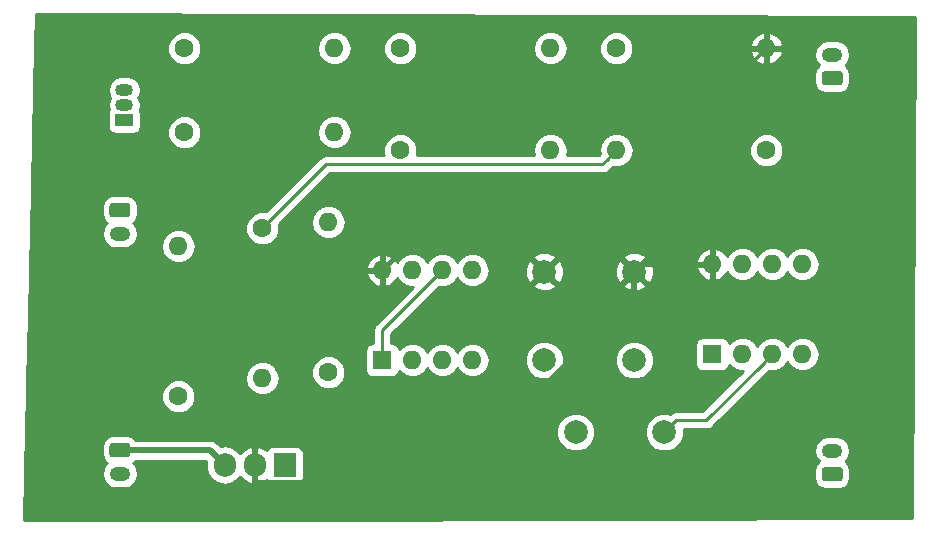
<source format=gbl>
G04 #@! TF.GenerationSoftware,KiCad,Pcbnew,(5.0.1)-rc2*
G04 #@! TF.CreationDate,2018-10-16T23:55:48-04:00*
G04 #@! TF.ProjectId,vco2,76636F322E6B696361645F7063620000,1*
G04 #@! TF.SameCoordinates,Original*
G04 #@! TF.FileFunction,Copper,L2,Bot,Signal*
G04 #@! TF.FilePolarity,Positive*
%FSLAX46Y46*%
G04 Gerber Fmt 4.6, Leading zero omitted, Abs format (unit mm)*
G04 Created by KiCad (PCBNEW (5.0.1)-rc2) date 10/16/2018 11:55:48 PM*
%MOMM*%
%LPD*%
G01*
G04 APERTURE LIST*
G04 #@! TA.AperFunction,ComponentPad*
%ADD10C,1.600000*%
G04 #@! TD*
G04 #@! TA.AperFunction,ComponentPad*
%ADD11O,1.600000X1.600000*%
G04 #@! TD*
G04 #@! TA.AperFunction,ComponentPad*
%ADD12R,1.600000X1.600000*%
G04 #@! TD*
G04 #@! TA.AperFunction,ComponentPad*
%ADD13O,1.750000X1.200000*%
G04 #@! TD*
G04 #@! TA.AperFunction,Conductor*
%ADD14C,0.100000*%
G04 #@! TD*
G04 #@! TA.AperFunction,ComponentPad*
%ADD15C,1.200000*%
G04 #@! TD*
G04 #@! TA.AperFunction,ComponentPad*
%ADD16C,2.000000*%
G04 #@! TD*
G04 #@! TA.AperFunction,ComponentPad*
%ADD17O,1.500000X1.050000*%
G04 #@! TD*
G04 #@! TA.AperFunction,ComponentPad*
%ADD18R,1.500000X1.050000*%
G04 #@! TD*
G04 #@! TA.AperFunction,ComponentPad*
%ADD19R,1.905000X2.000000*%
G04 #@! TD*
G04 #@! TA.AperFunction,ComponentPad*
%ADD20O,1.905000X2.000000*%
G04 #@! TD*
G04 #@! TA.AperFunction,Conductor*
%ADD21C,0.254000*%
G04 #@! TD*
G04 #@! TA.AperFunction,Conductor*
%ADD22C,0.508000*%
G04 #@! TD*
G04 #@! TA.AperFunction,Conductor*
%ADD23C,0.381000*%
G04 #@! TD*
G04 APERTURE END LIST*
D10*
G04 #@! TO.P,R12,1*
G04 #@! TO.N,GND*
X98044000Y-99060000D03*
D11*
G04 #@! TO.P,R12,2*
G04 #@! TO.N,Net-(R12-Pad2)*
X110744000Y-99060000D03*
G04 #@! TD*
D12*
G04 #@! TO.P,U4,1*
G04 #@! TO.N,Net-(J3-Pad1)*
X124460000Y-116332000D03*
D11*
G04 #@! TO.P,U4,5*
G04 #@! TO.N,Net-(R14-Pad1)*
X132080000Y-108712000D03*
G04 #@! TO.P,U4,2*
G04 #@! TO.N,Net-(J3-Pad1)*
X127000000Y-116332000D03*
G04 #@! TO.P,U4,6*
G04 #@! TO.N,Net-(J4-Pad1)*
X129540000Y-108712000D03*
G04 #@! TO.P,U4,3*
G04 #@! TO.N,Net-(C2-Pad1)*
X129540000Y-116332000D03*
G04 #@! TO.P,U4,7*
G04 #@! TO.N,Net-(J4-Pad1)*
X127000000Y-108712000D03*
G04 #@! TO.P,U4,4*
G04 #@! TO.N,GND*
X132080000Y-116332000D03*
G04 #@! TO.P,U4,8*
G04 #@! TO.N,+5V*
X124460000Y-108712000D03*
G04 #@! TD*
D13*
G04 #@! TO.P,J2,2*
G04 #@! TO.N,GND*
X74295000Y-126460000D03*
D14*
G04 #@! TD*
G04 #@! TO.N,Net-(J2-Pad1)*
G04 #@! TO.C,J2*
G36*
X74944505Y-123861204D02*
X74968773Y-123864804D01*
X74992572Y-123870765D01*
X75015671Y-123879030D01*
X75037850Y-123889520D01*
X75058893Y-123902132D01*
X75078599Y-123916747D01*
X75096777Y-123933223D01*
X75113253Y-123951401D01*
X75127868Y-123971107D01*
X75140480Y-123992150D01*
X75150970Y-124014329D01*
X75159235Y-124037428D01*
X75165196Y-124061227D01*
X75168796Y-124085495D01*
X75170000Y-124109999D01*
X75170000Y-124810001D01*
X75168796Y-124834505D01*
X75165196Y-124858773D01*
X75159235Y-124882572D01*
X75150970Y-124905671D01*
X75140480Y-124927850D01*
X75127868Y-124948893D01*
X75113253Y-124968599D01*
X75096777Y-124986777D01*
X75078599Y-125003253D01*
X75058893Y-125017868D01*
X75037850Y-125030480D01*
X75015671Y-125040970D01*
X74992572Y-125049235D01*
X74968773Y-125055196D01*
X74944505Y-125058796D01*
X74920001Y-125060000D01*
X73669999Y-125060000D01*
X73645495Y-125058796D01*
X73621227Y-125055196D01*
X73597428Y-125049235D01*
X73574329Y-125040970D01*
X73552150Y-125030480D01*
X73531107Y-125017868D01*
X73511401Y-125003253D01*
X73493223Y-124986777D01*
X73476747Y-124968599D01*
X73462132Y-124948893D01*
X73449520Y-124927850D01*
X73439030Y-124905671D01*
X73430765Y-124882572D01*
X73424804Y-124858773D01*
X73421204Y-124834505D01*
X73420000Y-124810001D01*
X73420000Y-124109999D01*
X73421204Y-124085495D01*
X73424804Y-124061227D01*
X73430765Y-124037428D01*
X73439030Y-124014329D01*
X73449520Y-123992150D01*
X73462132Y-123971107D01*
X73476747Y-123951401D01*
X73493223Y-123933223D01*
X73511401Y-123916747D01*
X73531107Y-123902132D01*
X73552150Y-123889520D01*
X73574329Y-123879030D01*
X73597428Y-123870765D01*
X73621227Y-123864804D01*
X73645495Y-123861204D01*
X73669999Y-123860000D01*
X74920001Y-123860000D01*
X74944505Y-123861204D01*
X74944505Y-123861204D01*
G37*
D15*
G04 #@! TO.P,J2,1*
G04 #@! TO.N,Net-(J2-Pad1)*
X74295000Y-124460000D03*
G04 #@! TD*
D11*
G04 #@! TO.P,U3,8*
G04 #@! TO.N,+5V*
X96520000Y-109220000D03*
G04 #@! TO.P,U3,4*
G04 #@! TO.N,GND*
X104140000Y-116840000D03*
G04 #@! TO.P,U3,7*
G04 #@! TO.N,Net-(R14-Pad1)*
X99060000Y-109220000D03*
G04 #@! TO.P,U3,3*
G04 #@! TO.N,Net-(R10-Pad1)*
X101600000Y-116840000D03*
G04 #@! TO.P,U3,6*
G04 #@! TO.N,Net-(C2-Pad1)*
X101600000Y-109220000D03*
G04 #@! TO.P,U3,2*
G04 #@! TO.N,Net-(C2-Pad2)*
X99060000Y-116840000D03*
G04 #@! TO.P,U3,5*
G04 #@! TO.N,Net-(R13-Pad1)*
X104140000Y-109220000D03*
D12*
G04 #@! TO.P,U3,1*
G04 #@! TO.N,Net-(C2-Pad1)*
X96520000Y-116840000D03*
G04 #@! TD*
D16*
G04 #@! TO.P,C3,1*
G04 #@! TO.N,GND*
X110236000Y-116840000D03*
G04 #@! TO.P,C3,2*
G04 #@! TO.N,+5V*
X110236000Y-109340000D03*
G04 #@! TD*
D11*
G04 #@! TO.P,R10,2*
G04 #@! TO.N,GND*
X79248000Y-107188000D03*
D10*
G04 #@! TO.P,R10,1*
G04 #@! TO.N,Net-(R10-Pad1)*
X79248000Y-119888000D03*
G04 #@! TD*
D11*
G04 #@! TO.P,R14,2*
G04 #@! TO.N,Net-(R13-Pad1)*
X92456000Y-97536000D03*
D10*
G04 #@! TO.P,R14,1*
G04 #@! TO.N,Net-(R14-Pad1)*
X79756000Y-97536000D03*
G04 #@! TD*
D17*
G04 #@! TO.P,Q3,2*
G04 #@! TO.N,Net-(Q3-Pad2)*
X74676000Y-95250000D03*
G04 #@! TO.P,Q3,3*
G04 #@! TO.N,GND*
X74676000Y-93980000D03*
D18*
G04 #@! TO.P,Q3,1*
G04 #@! TO.N,Net-(Q3-Pad1)*
X74676000Y-96520000D03*
G04 #@! TD*
D14*
G04 #@! TO.N,Net-(J1-Pad1)*
G04 #@! TO.C,J1*
G36*
X74944505Y-103541204D02*
X74968773Y-103544804D01*
X74992572Y-103550765D01*
X75015671Y-103559030D01*
X75037850Y-103569520D01*
X75058893Y-103582132D01*
X75078599Y-103596747D01*
X75096777Y-103613223D01*
X75113253Y-103631401D01*
X75127868Y-103651107D01*
X75140480Y-103672150D01*
X75150970Y-103694329D01*
X75159235Y-103717428D01*
X75165196Y-103741227D01*
X75168796Y-103765495D01*
X75170000Y-103789999D01*
X75170000Y-104490001D01*
X75168796Y-104514505D01*
X75165196Y-104538773D01*
X75159235Y-104562572D01*
X75150970Y-104585671D01*
X75140480Y-104607850D01*
X75127868Y-104628893D01*
X75113253Y-104648599D01*
X75096777Y-104666777D01*
X75078599Y-104683253D01*
X75058893Y-104697868D01*
X75037850Y-104710480D01*
X75015671Y-104720970D01*
X74992572Y-104729235D01*
X74968773Y-104735196D01*
X74944505Y-104738796D01*
X74920001Y-104740000D01*
X73669999Y-104740000D01*
X73645495Y-104738796D01*
X73621227Y-104735196D01*
X73597428Y-104729235D01*
X73574329Y-104720970D01*
X73552150Y-104710480D01*
X73531107Y-104697868D01*
X73511401Y-104683253D01*
X73493223Y-104666777D01*
X73476747Y-104648599D01*
X73462132Y-104628893D01*
X73449520Y-104607850D01*
X73439030Y-104585671D01*
X73430765Y-104562572D01*
X73424804Y-104538773D01*
X73421204Y-104514505D01*
X73420000Y-104490001D01*
X73420000Y-103789999D01*
X73421204Y-103765495D01*
X73424804Y-103741227D01*
X73430765Y-103717428D01*
X73439030Y-103694329D01*
X73449520Y-103672150D01*
X73462132Y-103651107D01*
X73476747Y-103631401D01*
X73493223Y-103613223D01*
X73511401Y-103596747D01*
X73531107Y-103582132D01*
X73552150Y-103569520D01*
X73574329Y-103559030D01*
X73597428Y-103550765D01*
X73621227Y-103544804D01*
X73645495Y-103541204D01*
X73669999Y-103540000D01*
X74920001Y-103540000D01*
X74944505Y-103541204D01*
X74944505Y-103541204D01*
G37*
D15*
G04 #@! TD*
G04 #@! TO.P,J1,1*
G04 #@! TO.N,Net-(J1-Pad1)*
X74295000Y-104140000D03*
D13*
G04 #@! TO.P,J1,2*
G04 #@! TO.N,GND*
X74295000Y-106140000D03*
G04 #@! TD*
D16*
G04 #@! TO.P,C2,1*
G04 #@! TO.N,Net-(C2-Pad1)*
X120396000Y-122936000D03*
G04 #@! TO.P,C2,2*
G04 #@! TO.N,Net-(C2-Pad2)*
X112896000Y-122936000D03*
G04 #@! TD*
G04 #@! TO.P,C4,2*
G04 #@! TO.N,+5V*
X117856000Y-109340000D03*
G04 #@! TO.P,C4,1*
G04 #@! TO.N,GND*
X117856000Y-116840000D03*
G04 #@! TD*
D10*
G04 #@! TO.P,R9,1*
G04 #@! TO.N,Net-(J1-Pad1)*
X86360000Y-105664000D03*
D11*
G04 #@! TO.P,R9,2*
G04 #@! TO.N,Net-(R10-Pad1)*
X86360000Y-118364000D03*
G04 #@! TD*
D10*
G04 #@! TO.P,R11,1*
G04 #@! TO.N,Net-(C2-Pad2)*
X91948000Y-117856000D03*
D11*
G04 #@! TO.P,R11,2*
G04 #@! TO.N,Net-(Q3-Pad1)*
X91948000Y-105156000D03*
G04 #@! TD*
D19*
G04 #@! TO.P,U5,1*
G04 #@! TO.N,GND*
X88265000Y-125730000D03*
D20*
G04 #@! TO.P,U5,2*
G04 #@! TO.N,+5V*
X85725000Y-125730000D03*
G04 #@! TO.P,U5,3*
G04 #@! TO.N,Net-(J2-Pad1)*
X83185000Y-125730000D03*
G04 #@! TD*
D13*
G04 #@! TO.P,J3,2*
G04 #@! TO.N,GND*
X134620000Y-124492000D03*
D14*
G04 #@! TD*
G04 #@! TO.N,Net-(J3-Pad1)*
G04 #@! TO.C,J3*
G36*
X135269505Y-125893204D02*
X135293773Y-125896804D01*
X135317572Y-125902765D01*
X135340671Y-125911030D01*
X135362850Y-125921520D01*
X135383893Y-125934132D01*
X135403599Y-125948747D01*
X135421777Y-125965223D01*
X135438253Y-125983401D01*
X135452868Y-126003107D01*
X135465480Y-126024150D01*
X135475970Y-126046329D01*
X135484235Y-126069428D01*
X135490196Y-126093227D01*
X135493796Y-126117495D01*
X135495000Y-126141999D01*
X135495000Y-126842001D01*
X135493796Y-126866505D01*
X135490196Y-126890773D01*
X135484235Y-126914572D01*
X135475970Y-126937671D01*
X135465480Y-126959850D01*
X135452868Y-126980893D01*
X135438253Y-127000599D01*
X135421777Y-127018777D01*
X135403599Y-127035253D01*
X135383893Y-127049868D01*
X135362850Y-127062480D01*
X135340671Y-127072970D01*
X135317572Y-127081235D01*
X135293773Y-127087196D01*
X135269505Y-127090796D01*
X135245001Y-127092000D01*
X133994999Y-127092000D01*
X133970495Y-127090796D01*
X133946227Y-127087196D01*
X133922428Y-127081235D01*
X133899329Y-127072970D01*
X133877150Y-127062480D01*
X133856107Y-127049868D01*
X133836401Y-127035253D01*
X133818223Y-127018777D01*
X133801747Y-127000599D01*
X133787132Y-126980893D01*
X133774520Y-126959850D01*
X133764030Y-126937671D01*
X133755765Y-126914572D01*
X133749804Y-126890773D01*
X133746204Y-126866505D01*
X133745000Y-126842001D01*
X133745000Y-126141999D01*
X133746204Y-126117495D01*
X133749804Y-126093227D01*
X133755765Y-126069428D01*
X133764030Y-126046329D01*
X133774520Y-126024150D01*
X133787132Y-126003107D01*
X133801747Y-125983401D01*
X133818223Y-125965223D01*
X133836401Y-125948747D01*
X133856107Y-125934132D01*
X133877150Y-125921520D01*
X133899329Y-125911030D01*
X133922428Y-125902765D01*
X133946227Y-125896804D01*
X133970495Y-125893204D01*
X133994999Y-125892000D01*
X135245001Y-125892000D01*
X135269505Y-125893204D01*
X135269505Y-125893204D01*
G37*
D15*
G04 #@! TO.P,J3,1*
G04 #@! TO.N,Net-(J3-Pad1)*
X134620000Y-126492000D03*
G04 #@! TD*
D14*
G04 #@! TO.N,Net-(J4-Pad1)*
G04 #@! TO.C,J4*
G36*
X135269505Y-92365204D02*
X135293773Y-92368804D01*
X135317572Y-92374765D01*
X135340671Y-92383030D01*
X135362850Y-92393520D01*
X135383893Y-92406132D01*
X135403599Y-92420747D01*
X135421777Y-92437223D01*
X135438253Y-92455401D01*
X135452868Y-92475107D01*
X135465480Y-92496150D01*
X135475970Y-92518329D01*
X135484235Y-92541428D01*
X135490196Y-92565227D01*
X135493796Y-92589495D01*
X135495000Y-92613999D01*
X135495000Y-93314001D01*
X135493796Y-93338505D01*
X135490196Y-93362773D01*
X135484235Y-93386572D01*
X135475970Y-93409671D01*
X135465480Y-93431850D01*
X135452868Y-93452893D01*
X135438253Y-93472599D01*
X135421777Y-93490777D01*
X135403599Y-93507253D01*
X135383893Y-93521868D01*
X135362850Y-93534480D01*
X135340671Y-93544970D01*
X135317572Y-93553235D01*
X135293773Y-93559196D01*
X135269505Y-93562796D01*
X135245001Y-93564000D01*
X133994999Y-93564000D01*
X133970495Y-93562796D01*
X133946227Y-93559196D01*
X133922428Y-93553235D01*
X133899329Y-93544970D01*
X133877150Y-93534480D01*
X133856107Y-93521868D01*
X133836401Y-93507253D01*
X133818223Y-93490777D01*
X133801747Y-93472599D01*
X133787132Y-93452893D01*
X133774520Y-93431850D01*
X133764030Y-93409671D01*
X133755765Y-93386572D01*
X133749804Y-93362773D01*
X133746204Y-93338505D01*
X133745000Y-93314001D01*
X133745000Y-92613999D01*
X133746204Y-92589495D01*
X133749804Y-92565227D01*
X133755765Y-92541428D01*
X133764030Y-92518329D01*
X133774520Y-92496150D01*
X133787132Y-92475107D01*
X133801747Y-92455401D01*
X133818223Y-92437223D01*
X133836401Y-92420747D01*
X133856107Y-92406132D01*
X133877150Y-92393520D01*
X133899329Y-92383030D01*
X133922428Y-92374765D01*
X133946227Y-92368804D01*
X133970495Y-92365204D01*
X133994999Y-92364000D01*
X135245001Y-92364000D01*
X135269505Y-92365204D01*
X135269505Y-92365204D01*
G37*
D15*
G04 #@! TD*
G04 #@! TO.P,J4,1*
G04 #@! TO.N,Net-(J4-Pad1)*
X134620000Y-92964000D03*
D13*
G04 #@! TO.P,J4,2*
G04 #@! TO.N,GND*
X134620000Y-90964000D03*
G04 #@! TD*
D11*
G04 #@! TO.P,R7,2*
G04 #@! TO.N,Net-(J1-Pad1)*
X116332000Y-99060000D03*
D10*
G04 #@! TO.P,R7,1*
G04 #@! TO.N,Net-(C2-Pad2)*
X129032000Y-99060000D03*
G04 #@! TD*
D11*
G04 #@! TO.P,R8,2*
G04 #@! TO.N,+5V*
X129032000Y-90424000D03*
D10*
G04 #@! TO.P,R8,1*
G04 #@! TO.N,Net-(R12-Pad2)*
X116332000Y-90424000D03*
G04 #@! TD*
G04 #@! TO.P,R13,1*
G04 #@! TO.N,Net-(R13-Pad1)*
X98044000Y-90424000D03*
D11*
G04 #@! TO.P,R13,2*
G04 #@! TO.N,Net-(R12-Pad2)*
X110744000Y-90424000D03*
G04 #@! TD*
D10*
G04 #@! TO.P,R15,1*
G04 #@! TO.N,Net-(R14-Pad1)*
X79756000Y-90424000D03*
D11*
G04 #@! TO.P,R15,2*
G04 #@! TO.N,Net-(Q3-Pad2)*
X92456000Y-90424000D03*
G04 #@! TD*
D21*
G04 #@! TO.N,Net-(C2-Pad1)*
X96520000Y-114300000D02*
X101600000Y-109220000D01*
X96520000Y-116840000D02*
X96520000Y-114300000D01*
X128740001Y-117131999D02*
X129540000Y-116332000D01*
X123935999Y-121936001D02*
X128740001Y-117131999D01*
X121395999Y-121936001D02*
X123935999Y-121936001D01*
X120396000Y-122936000D02*
X121395999Y-121936001D01*
D22*
G04 #@! TO.N,+5V*
X117856000Y-110754213D02*
X117856000Y-109340000D01*
X117856000Y-111451842D02*
X117856000Y-110754213D01*
X85725001Y-127238001D02*
X102069841Y-127238001D01*
X85725000Y-125730000D02*
X85725001Y-127238001D01*
X113991842Y-113095842D02*
X110236000Y-109340000D01*
X113991842Y-115316000D02*
X113991842Y-113095842D01*
X113991842Y-115316000D02*
X117856000Y-111451842D01*
X102069841Y-127238001D02*
X113991842Y-115316000D01*
D23*
X109236001Y-108340001D02*
X110236000Y-109340000D01*
X105036000Y-104140000D02*
X109236001Y-108340001D01*
X101600000Y-104140000D02*
X105036000Y-104140000D01*
X96520000Y-109220000D02*
X101600000Y-104140000D01*
X118484000Y-108712000D02*
X117856000Y-109340000D01*
X124460000Y-108712000D02*
X118484000Y-108712000D01*
D21*
X124460000Y-94996000D02*
X124460000Y-108712000D01*
X129032000Y-90424000D02*
X124460000Y-94996000D01*
G04 #@! TO.N,Net-(J1-Pad1)*
X115532001Y-99859999D02*
X116332000Y-99060000D01*
X115150999Y-100241001D02*
X115532001Y-99859999D01*
X91782999Y-100241001D02*
X115150999Y-100241001D01*
X86360000Y-105664000D02*
X91782999Y-100241001D01*
D22*
G04 #@! TO.N,Net-(J2-Pad1)*
X81915000Y-124460000D02*
X83185000Y-125730000D01*
X74295000Y-124460000D02*
X81915000Y-124460000D01*
G04 #@! TD*
D21*
G04 #@! TO.N,+5V*
G36*
X141604244Y-87756566D02*
X141351751Y-130175425D01*
X88314956Y-130354000D01*
X66171788Y-130354000D01*
X66263411Y-126460000D01*
X72760805Y-126460000D01*
X72856656Y-126941873D01*
X73129615Y-127350385D01*
X73538127Y-127623344D01*
X73898364Y-127695000D01*
X74691636Y-127695000D01*
X75051873Y-127623344D01*
X75460385Y-127350385D01*
X75733344Y-126941873D01*
X75829195Y-126460000D01*
X75733344Y-125978127D01*
X75460385Y-125569615D01*
X75413926Y-125538572D01*
X75554586Y-125444586D01*
X75618455Y-125349000D01*
X81546765Y-125349000D01*
X81618474Y-125420709D01*
X81597500Y-125526150D01*
X81597500Y-125933849D01*
X81689609Y-126396910D01*
X82040477Y-126922023D01*
X82565589Y-127272891D01*
X83185000Y-127396100D01*
X83804410Y-127272891D01*
X84329523Y-126922023D01*
X84464159Y-126720526D01*
X84858076Y-127105973D01*
X85352020Y-127320563D01*
X85598000Y-127200594D01*
X85598000Y-125857000D01*
X85578000Y-125857000D01*
X85578000Y-125603000D01*
X85598000Y-125603000D01*
X85598000Y-124259406D01*
X85852000Y-124259406D01*
X85852000Y-125603000D01*
X85872000Y-125603000D01*
X85872000Y-125857000D01*
X85852000Y-125857000D01*
X85852000Y-127200594D01*
X86097980Y-127320563D01*
X86591924Y-127105973D01*
X86717745Y-126982857D01*
X86854691Y-127187809D01*
X87064735Y-127328157D01*
X87312500Y-127377440D01*
X89217500Y-127377440D01*
X89465265Y-127328157D01*
X89675309Y-127187809D01*
X89815657Y-126977765D01*
X89864940Y-126730000D01*
X89864940Y-124730000D01*
X89815657Y-124482235D01*
X89675309Y-124272191D01*
X89465265Y-124131843D01*
X89217500Y-124082560D01*
X87312500Y-124082560D01*
X87064735Y-124131843D01*
X86854691Y-124272191D01*
X86717745Y-124477143D01*
X86591924Y-124354027D01*
X86097980Y-124139437D01*
X85852000Y-124259406D01*
X85598000Y-124259406D01*
X85352020Y-124139437D01*
X84858076Y-124354027D01*
X84464159Y-124739474D01*
X84329523Y-124537977D01*
X83804411Y-124187109D01*
X83185000Y-124063900D01*
X82843971Y-124131735D01*
X82605531Y-123893296D01*
X82555933Y-123819067D01*
X82261870Y-123622581D01*
X82002556Y-123571000D01*
X82002555Y-123571000D01*
X81915000Y-123553584D01*
X81827445Y-123571000D01*
X75618455Y-123571000D01*
X75554586Y-123475414D01*
X75263436Y-123280873D01*
X74920001Y-123212560D01*
X73669999Y-123212560D01*
X73326564Y-123280873D01*
X73035414Y-123475414D01*
X72840873Y-123766564D01*
X72772560Y-124109999D01*
X72772560Y-124810001D01*
X72840873Y-125153436D01*
X73035414Y-125444586D01*
X73176074Y-125538572D01*
X73129615Y-125569615D01*
X72856656Y-125978127D01*
X72760805Y-126460000D01*
X66263411Y-126460000D01*
X66353980Y-122610778D01*
X111261000Y-122610778D01*
X111261000Y-123261222D01*
X111509914Y-123862153D01*
X111969847Y-124322086D01*
X112570778Y-124571000D01*
X113221222Y-124571000D01*
X113822153Y-124322086D01*
X114282086Y-123862153D01*
X114531000Y-123261222D01*
X114531000Y-122610778D01*
X118761000Y-122610778D01*
X118761000Y-123261222D01*
X119009914Y-123862153D01*
X119469847Y-124322086D01*
X120070778Y-124571000D01*
X120721222Y-124571000D01*
X120911944Y-124492000D01*
X133085805Y-124492000D01*
X133181656Y-124973873D01*
X133454615Y-125382385D01*
X133501074Y-125413428D01*
X133360414Y-125507414D01*
X133165873Y-125798564D01*
X133097560Y-126141999D01*
X133097560Y-126842001D01*
X133165873Y-127185436D01*
X133360414Y-127476586D01*
X133651564Y-127671127D01*
X133994999Y-127739440D01*
X135245001Y-127739440D01*
X135588436Y-127671127D01*
X135879586Y-127476586D01*
X136074127Y-127185436D01*
X136142440Y-126842001D01*
X136142440Y-126141999D01*
X136074127Y-125798564D01*
X135879586Y-125507414D01*
X135738926Y-125413428D01*
X135785385Y-125382385D01*
X136058344Y-124973873D01*
X136154195Y-124492000D01*
X136058344Y-124010127D01*
X135785385Y-123601615D01*
X135376873Y-123328656D01*
X135016636Y-123257000D01*
X134223364Y-123257000D01*
X133863127Y-123328656D01*
X133454615Y-123601615D01*
X133181656Y-124010127D01*
X133085805Y-124492000D01*
X120911944Y-124492000D01*
X121322153Y-124322086D01*
X121782086Y-123862153D01*
X122031000Y-123261222D01*
X122031000Y-122698001D01*
X123860956Y-122698001D01*
X123935999Y-122712928D01*
X124011042Y-122698001D01*
X124011047Y-122698001D01*
X124233316Y-122653789D01*
X124485370Y-122485372D01*
X124527882Y-122421748D01*
X129218474Y-117731157D01*
X129398667Y-117767000D01*
X129681333Y-117767000D01*
X130099909Y-117683740D01*
X130574577Y-117366577D01*
X130810000Y-117014242D01*
X131045423Y-117366577D01*
X131520091Y-117683740D01*
X131938667Y-117767000D01*
X132221333Y-117767000D01*
X132639909Y-117683740D01*
X133114577Y-117366577D01*
X133431740Y-116891909D01*
X133543113Y-116332000D01*
X133431740Y-115772091D01*
X133114577Y-115297423D01*
X132639909Y-114980260D01*
X132221333Y-114897000D01*
X131938667Y-114897000D01*
X131520091Y-114980260D01*
X131045423Y-115297423D01*
X130810000Y-115649758D01*
X130574577Y-115297423D01*
X130099909Y-114980260D01*
X129681333Y-114897000D01*
X129398667Y-114897000D01*
X128980091Y-114980260D01*
X128505423Y-115297423D01*
X128270000Y-115649758D01*
X128034577Y-115297423D01*
X127559909Y-114980260D01*
X127141333Y-114897000D01*
X126858667Y-114897000D01*
X126440091Y-114980260D01*
X125965423Y-115297423D01*
X125884785Y-115418106D01*
X125858157Y-115284235D01*
X125717809Y-115074191D01*
X125507765Y-114933843D01*
X125260000Y-114884560D01*
X123660000Y-114884560D01*
X123412235Y-114933843D01*
X123202191Y-115074191D01*
X123061843Y-115284235D01*
X123012560Y-115532000D01*
X123012560Y-117132000D01*
X123061843Y-117379765D01*
X123202191Y-117589809D01*
X123412235Y-117730157D01*
X123660000Y-117779440D01*
X125260000Y-117779440D01*
X125507765Y-117730157D01*
X125717809Y-117589809D01*
X125858157Y-117379765D01*
X125884785Y-117245894D01*
X125965423Y-117366577D01*
X126440091Y-117683740D01*
X126858667Y-117767000D01*
X127027369Y-117767000D01*
X123620369Y-121174001D01*
X121471041Y-121174001D01*
X121395998Y-121159074D01*
X121320955Y-121174001D01*
X121320951Y-121174001D01*
X121098682Y-121218213D01*
X121098681Y-121218214D01*
X121098680Y-121218214D01*
X120974782Y-121301000D01*
X120877749Y-121365836D01*
X120721222Y-121301000D01*
X120070778Y-121301000D01*
X119469847Y-121549914D01*
X119009914Y-122009847D01*
X118761000Y-122610778D01*
X114531000Y-122610778D01*
X114282086Y-122009847D01*
X113822153Y-121549914D01*
X113221222Y-121301000D01*
X112570778Y-121301000D01*
X111969847Y-121549914D01*
X111509914Y-122009847D01*
X111261000Y-122610778D01*
X66353980Y-122610778D01*
X66424762Y-119602561D01*
X77813000Y-119602561D01*
X77813000Y-120173439D01*
X78031466Y-120700862D01*
X78435138Y-121104534D01*
X78962561Y-121323000D01*
X79533439Y-121323000D01*
X80060862Y-121104534D01*
X80464534Y-120700862D01*
X80683000Y-120173439D01*
X80683000Y-119602561D01*
X80464534Y-119075138D01*
X80060862Y-118671466D01*
X79533439Y-118453000D01*
X78962561Y-118453000D01*
X78435138Y-118671466D01*
X78031466Y-119075138D01*
X77813000Y-119602561D01*
X66424762Y-119602561D01*
X66453904Y-118364000D01*
X84896887Y-118364000D01*
X85008260Y-118923909D01*
X85325423Y-119398577D01*
X85800091Y-119715740D01*
X86218667Y-119799000D01*
X86501333Y-119799000D01*
X86919909Y-119715740D01*
X87394577Y-119398577D01*
X87711740Y-118923909D01*
X87823113Y-118364000D01*
X87711740Y-117804091D01*
X87555701Y-117570561D01*
X90513000Y-117570561D01*
X90513000Y-118141439D01*
X90731466Y-118668862D01*
X91135138Y-119072534D01*
X91662561Y-119291000D01*
X92233439Y-119291000D01*
X92760862Y-119072534D01*
X93164534Y-118668862D01*
X93383000Y-118141439D01*
X93383000Y-117570561D01*
X93164534Y-117043138D01*
X92760862Y-116639466D01*
X92233439Y-116421000D01*
X91662561Y-116421000D01*
X91135138Y-116639466D01*
X90731466Y-117043138D01*
X90513000Y-117570561D01*
X87555701Y-117570561D01*
X87394577Y-117329423D01*
X86919909Y-117012260D01*
X86501333Y-116929000D01*
X86218667Y-116929000D01*
X85800091Y-117012260D01*
X85325423Y-117329423D01*
X85008260Y-117804091D01*
X84896887Y-118364000D01*
X66453904Y-118364000D01*
X66508586Y-116040000D01*
X95072560Y-116040000D01*
X95072560Y-117640000D01*
X95121843Y-117887765D01*
X95262191Y-118097809D01*
X95472235Y-118238157D01*
X95720000Y-118287440D01*
X97320000Y-118287440D01*
X97567765Y-118238157D01*
X97777809Y-118097809D01*
X97918157Y-117887765D01*
X97944785Y-117753894D01*
X98025423Y-117874577D01*
X98500091Y-118191740D01*
X98918667Y-118275000D01*
X99201333Y-118275000D01*
X99619909Y-118191740D01*
X100094577Y-117874577D01*
X100330000Y-117522242D01*
X100565423Y-117874577D01*
X101040091Y-118191740D01*
X101458667Y-118275000D01*
X101741333Y-118275000D01*
X102159909Y-118191740D01*
X102634577Y-117874577D01*
X102870000Y-117522242D01*
X103105423Y-117874577D01*
X103580091Y-118191740D01*
X103998667Y-118275000D01*
X104281333Y-118275000D01*
X104699909Y-118191740D01*
X105174577Y-117874577D01*
X105491740Y-117399909D01*
X105603113Y-116840000D01*
X105538423Y-116514778D01*
X108601000Y-116514778D01*
X108601000Y-117165222D01*
X108849914Y-117766153D01*
X109309847Y-118226086D01*
X109910778Y-118475000D01*
X110561222Y-118475000D01*
X111162153Y-118226086D01*
X111622086Y-117766153D01*
X111871000Y-117165222D01*
X111871000Y-116514778D01*
X116221000Y-116514778D01*
X116221000Y-117165222D01*
X116469914Y-117766153D01*
X116929847Y-118226086D01*
X117530778Y-118475000D01*
X118181222Y-118475000D01*
X118782153Y-118226086D01*
X119242086Y-117766153D01*
X119491000Y-117165222D01*
X119491000Y-116514778D01*
X119242086Y-115913847D01*
X118782153Y-115453914D01*
X118181222Y-115205000D01*
X117530778Y-115205000D01*
X116929847Y-115453914D01*
X116469914Y-115913847D01*
X116221000Y-116514778D01*
X111871000Y-116514778D01*
X111622086Y-115913847D01*
X111162153Y-115453914D01*
X110561222Y-115205000D01*
X109910778Y-115205000D01*
X109309847Y-115453914D01*
X108849914Y-115913847D01*
X108601000Y-116514778D01*
X105538423Y-116514778D01*
X105491740Y-116280091D01*
X105174577Y-115805423D01*
X104699909Y-115488260D01*
X104281333Y-115405000D01*
X103998667Y-115405000D01*
X103580091Y-115488260D01*
X103105423Y-115805423D01*
X102870000Y-116157758D01*
X102634577Y-115805423D01*
X102159909Y-115488260D01*
X101741333Y-115405000D01*
X101458667Y-115405000D01*
X101040091Y-115488260D01*
X100565423Y-115805423D01*
X100330000Y-116157758D01*
X100094577Y-115805423D01*
X99619909Y-115488260D01*
X99201333Y-115405000D01*
X98918667Y-115405000D01*
X98500091Y-115488260D01*
X98025423Y-115805423D01*
X97944785Y-115926106D01*
X97918157Y-115792235D01*
X97777809Y-115582191D01*
X97567765Y-115441843D01*
X97320000Y-115392560D01*
X97282000Y-115392560D01*
X97282000Y-114615630D01*
X101278474Y-110619157D01*
X101458667Y-110655000D01*
X101741333Y-110655000D01*
X102159909Y-110571740D01*
X102634577Y-110254577D01*
X102870000Y-109902242D01*
X103105423Y-110254577D01*
X103580091Y-110571740D01*
X103998667Y-110655000D01*
X104281333Y-110655000D01*
X104699909Y-110571740D01*
X104818452Y-110492532D01*
X109263073Y-110492532D01*
X109361736Y-110759387D01*
X109971461Y-110985908D01*
X110621460Y-110961856D01*
X111110264Y-110759387D01*
X111208927Y-110492532D01*
X116883073Y-110492532D01*
X116981736Y-110759387D01*
X117591461Y-110985908D01*
X118241460Y-110961856D01*
X118730264Y-110759387D01*
X118828927Y-110492532D01*
X117856000Y-109519605D01*
X116883073Y-110492532D01*
X111208927Y-110492532D01*
X110236000Y-109519605D01*
X109263073Y-110492532D01*
X104818452Y-110492532D01*
X105174577Y-110254577D01*
X105491740Y-109779909D01*
X105603113Y-109220000D01*
X105574363Y-109075461D01*
X108590092Y-109075461D01*
X108614144Y-109725460D01*
X108816613Y-110214264D01*
X109083468Y-110312927D01*
X110056395Y-109340000D01*
X110415605Y-109340000D01*
X111388532Y-110312927D01*
X111655387Y-110214264D01*
X111881908Y-109604539D01*
X111862331Y-109075461D01*
X116210092Y-109075461D01*
X116234144Y-109725460D01*
X116436613Y-110214264D01*
X116703468Y-110312927D01*
X117676395Y-109340000D01*
X118035605Y-109340000D01*
X119008532Y-110312927D01*
X119275387Y-110214264D01*
X119501908Y-109604539D01*
X119481797Y-109061041D01*
X123068086Y-109061041D01*
X123307611Y-109567134D01*
X123722577Y-109943041D01*
X124110961Y-110103904D01*
X124333000Y-109981915D01*
X124333000Y-108839000D01*
X123189371Y-108839000D01*
X123068086Y-109061041D01*
X119481797Y-109061041D01*
X119477856Y-108954540D01*
X119275387Y-108465736D01*
X119008532Y-108367073D01*
X118035605Y-109340000D01*
X117676395Y-109340000D01*
X116703468Y-108367073D01*
X116436613Y-108465736D01*
X116210092Y-109075461D01*
X111862331Y-109075461D01*
X111857856Y-108954540D01*
X111655387Y-108465736D01*
X111388532Y-108367073D01*
X110415605Y-109340000D01*
X110056395Y-109340000D01*
X109083468Y-108367073D01*
X108816613Y-108465736D01*
X108590092Y-109075461D01*
X105574363Y-109075461D01*
X105491740Y-108660091D01*
X105175944Y-108187468D01*
X109263073Y-108187468D01*
X110236000Y-109160395D01*
X111208927Y-108187468D01*
X116883073Y-108187468D01*
X117856000Y-109160395D01*
X118653436Y-108362959D01*
X123068086Y-108362959D01*
X123189371Y-108585000D01*
X124333000Y-108585000D01*
X124333000Y-107442085D01*
X124587000Y-107442085D01*
X124587000Y-108585000D01*
X124607000Y-108585000D01*
X124607000Y-108839000D01*
X124587000Y-108839000D01*
X124587000Y-109981915D01*
X124809039Y-110103904D01*
X125197423Y-109943041D01*
X125612389Y-109567134D01*
X125709053Y-109362892D01*
X125965423Y-109746577D01*
X126440091Y-110063740D01*
X126858667Y-110147000D01*
X127141333Y-110147000D01*
X127559909Y-110063740D01*
X128034577Y-109746577D01*
X128270000Y-109394242D01*
X128505423Y-109746577D01*
X128980091Y-110063740D01*
X129398667Y-110147000D01*
X129681333Y-110147000D01*
X130099909Y-110063740D01*
X130574577Y-109746577D01*
X130810000Y-109394242D01*
X131045423Y-109746577D01*
X131520091Y-110063740D01*
X131938667Y-110147000D01*
X132221333Y-110147000D01*
X132639909Y-110063740D01*
X133114577Y-109746577D01*
X133431740Y-109271909D01*
X133543113Y-108712000D01*
X133431740Y-108152091D01*
X133114577Y-107677423D01*
X132639909Y-107360260D01*
X132221333Y-107277000D01*
X131938667Y-107277000D01*
X131520091Y-107360260D01*
X131045423Y-107677423D01*
X130810000Y-108029758D01*
X130574577Y-107677423D01*
X130099909Y-107360260D01*
X129681333Y-107277000D01*
X129398667Y-107277000D01*
X128980091Y-107360260D01*
X128505423Y-107677423D01*
X128270000Y-108029758D01*
X128034577Y-107677423D01*
X127559909Y-107360260D01*
X127141333Y-107277000D01*
X126858667Y-107277000D01*
X126440091Y-107360260D01*
X125965423Y-107677423D01*
X125709053Y-108061108D01*
X125612389Y-107856866D01*
X125197423Y-107480959D01*
X124809039Y-107320096D01*
X124587000Y-107442085D01*
X124333000Y-107442085D01*
X124110961Y-107320096D01*
X123722577Y-107480959D01*
X123307611Y-107856866D01*
X123068086Y-108362959D01*
X118653436Y-108362959D01*
X118828927Y-108187468D01*
X118730264Y-107920613D01*
X118120539Y-107694092D01*
X117470540Y-107718144D01*
X116981736Y-107920613D01*
X116883073Y-108187468D01*
X111208927Y-108187468D01*
X111110264Y-107920613D01*
X110500539Y-107694092D01*
X109850540Y-107718144D01*
X109361736Y-107920613D01*
X109263073Y-108187468D01*
X105175944Y-108187468D01*
X105174577Y-108185423D01*
X104699909Y-107868260D01*
X104281333Y-107785000D01*
X103998667Y-107785000D01*
X103580091Y-107868260D01*
X103105423Y-108185423D01*
X102870000Y-108537758D01*
X102634577Y-108185423D01*
X102159909Y-107868260D01*
X101741333Y-107785000D01*
X101458667Y-107785000D01*
X101040091Y-107868260D01*
X100565423Y-108185423D01*
X100330000Y-108537758D01*
X100094577Y-108185423D01*
X99619909Y-107868260D01*
X99201333Y-107785000D01*
X98918667Y-107785000D01*
X98500091Y-107868260D01*
X98025423Y-108185423D01*
X97769053Y-108569108D01*
X97672389Y-108364866D01*
X97257423Y-107988959D01*
X96869039Y-107828096D01*
X96647000Y-107950085D01*
X96647000Y-109093000D01*
X96667000Y-109093000D01*
X96667000Y-109347000D01*
X96647000Y-109347000D01*
X96647000Y-110489915D01*
X96869039Y-110611904D01*
X97257423Y-110451041D01*
X97672389Y-110075134D01*
X97769053Y-109870892D01*
X98025423Y-110254577D01*
X98500091Y-110571740D01*
X98918667Y-110655000D01*
X99087369Y-110655000D01*
X96034251Y-113708119D01*
X95970630Y-113750629D01*
X95928119Y-113814251D01*
X95928118Y-113814252D01*
X95802213Y-114002683D01*
X95743073Y-114300000D01*
X95758001Y-114375048D01*
X95758001Y-115392560D01*
X95720000Y-115392560D01*
X95472235Y-115441843D01*
X95262191Y-115582191D01*
X95121843Y-115792235D01*
X95072560Y-116040000D01*
X66508586Y-116040000D01*
X66660844Y-109569041D01*
X95128086Y-109569041D01*
X95367611Y-110075134D01*
X95782577Y-110451041D01*
X96170961Y-110611904D01*
X96393000Y-110489915D01*
X96393000Y-109347000D01*
X95249371Y-109347000D01*
X95128086Y-109569041D01*
X66660844Y-109569041D01*
X66677269Y-108870959D01*
X95128086Y-108870959D01*
X95249371Y-109093000D01*
X96393000Y-109093000D01*
X96393000Y-107950085D01*
X96170961Y-107828096D01*
X95782577Y-107988959D01*
X95367611Y-108364866D01*
X95128086Y-108870959D01*
X66677269Y-108870959D01*
X66741528Y-106140000D01*
X72760805Y-106140000D01*
X72856656Y-106621873D01*
X73129615Y-107030385D01*
X73538127Y-107303344D01*
X73898364Y-107375000D01*
X74691636Y-107375000D01*
X75051873Y-107303344D01*
X75224497Y-107188000D01*
X77784887Y-107188000D01*
X77896260Y-107747909D01*
X78213423Y-108222577D01*
X78688091Y-108539740D01*
X79106667Y-108623000D01*
X79389333Y-108623000D01*
X79807909Y-108539740D01*
X80282577Y-108222577D01*
X80599740Y-107747909D01*
X80711113Y-107188000D01*
X80599740Y-106628091D01*
X80282577Y-106153423D01*
X79807909Y-105836260D01*
X79389333Y-105753000D01*
X79106667Y-105753000D01*
X78688091Y-105836260D01*
X78213423Y-106153423D01*
X77896260Y-106628091D01*
X77784887Y-107188000D01*
X75224497Y-107188000D01*
X75460385Y-107030385D01*
X75733344Y-106621873D01*
X75829195Y-106140000D01*
X75733344Y-105658127D01*
X75546544Y-105378561D01*
X84925000Y-105378561D01*
X84925000Y-105949439D01*
X85143466Y-106476862D01*
X85547138Y-106880534D01*
X86074561Y-107099000D01*
X86645439Y-107099000D01*
X87172862Y-106880534D01*
X87576534Y-106476862D01*
X87795000Y-105949439D01*
X87795000Y-105378561D01*
X87773932Y-105327698D01*
X87945630Y-105156000D01*
X90484887Y-105156000D01*
X90596260Y-105715909D01*
X90913423Y-106190577D01*
X91388091Y-106507740D01*
X91806667Y-106591000D01*
X92089333Y-106591000D01*
X92507909Y-106507740D01*
X92982577Y-106190577D01*
X93299740Y-105715909D01*
X93411113Y-105156000D01*
X93299740Y-104596091D01*
X92982577Y-104121423D01*
X92507909Y-103804260D01*
X92089333Y-103721000D01*
X91806667Y-103721000D01*
X91388091Y-103804260D01*
X90913423Y-104121423D01*
X90596260Y-104596091D01*
X90484887Y-105156000D01*
X87945630Y-105156000D01*
X92098630Y-101003001D01*
X115075956Y-101003001D01*
X115150999Y-101017928D01*
X115226042Y-101003001D01*
X115226047Y-101003001D01*
X115448316Y-100958789D01*
X115700370Y-100790372D01*
X115742883Y-100726747D01*
X116010473Y-100459157D01*
X116190667Y-100495000D01*
X116473333Y-100495000D01*
X116891909Y-100411740D01*
X117366577Y-100094577D01*
X117683740Y-99619909D01*
X117795113Y-99060000D01*
X117738336Y-98774561D01*
X127597000Y-98774561D01*
X127597000Y-99345439D01*
X127815466Y-99872862D01*
X128219138Y-100276534D01*
X128746561Y-100495000D01*
X129317439Y-100495000D01*
X129844862Y-100276534D01*
X130248534Y-99872862D01*
X130467000Y-99345439D01*
X130467000Y-98774561D01*
X130248534Y-98247138D01*
X129844862Y-97843466D01*
X129317439Y-97625000D01*
X128746561Y-97625000D01*
X128219138Y-97843466D01*
X127815466Y-98247138D01*
X127597000Y-98774561D01*
X117738336Y-98774561D01*
X117683740Y-98500091D01*
X117366577Y-98025423D01*
X116891909Y-97708260D01*
X116473333Y-97625000D01*
X116190667Y-97625000D01*
X115772091Y-97708260D01*
X115297423Y-98025423D01*
X114980260Y-98500091D01*
X114868887Y-99060000D01*
X114932843Y-99381527D01*
X114835369Y-99479001D01*
X112123768Y-99479001D01*
X112207113Y-99060000D01*
X112095740Y-98500091D01*
X111778577Y-98025423D01*
X111303909Y-97708260D01*
X110885333Y-97625000D01*
X110602667Y-97625000D01*
X110184091Y-97708260D01*
X109709423Y-98025423D01*
X109392260Y-98500091D01*
X109280887Y-99060000D01*
X109364232Y-99479001D01*
X99423677Y-99479001D01*
X99479000Y-99345439D01*
X99479000Y-98774561D01*
X99260534Y-98247138D01*
X98856862Y-97843466D01*
X98329439Y-97625000D01*
X97758561Y-97625000D01*
X97231138Y-97843466D01*
X96827466Y-98247138D01*
X96609000Y-98774561D01*
X96609000Y-99345439D01*
X96664323Y-99479001D01*
X91858046Y-99479001D01*
X91782999Y-99464073D01*
X91707952Y-99479001D01*
X91707951Y-99479001D01*
X91485682Y-99523213D01*
X91233628Y-99691630D01*
X91191117Y-99755252D01*
X86696302Y-104250068D01*
X86645439Y-104229000D01*
X86074561Y-104229000D01*
X85547138Y-104447466D01*
X85143466Y-104851138D01*
X84925000Y-105378561D01*
X75546544Y-105378561D01*
X75460385Y-105249615D01*
X75413926Y-105218572D01*
X75554586Y-105124586D01*
X75749127Y-104833436D01*
X75817440Y-104490001D01*
X75817440Y-103789999D01*
X75749127Y-103446564D01*
X75554586Y-103155414D01*
X75263436Y-102960873D01*
X74920001Y-102892560D01*
X73669999Y-102892560D01*
X73326564Y-102960873D01*
X73035414Y-103155414D01*
X72840873Y-103446564D01*
X72772560Y-103789999D01*
X72772560Y-104490001D01*
X72840873Y-104833436D01*
X73035414Y-105124586D01*
X73176074Y-105218572D01*
X73129615Y-105249615D01*
X72856656Y-105658127D01*
X72760805Y-106140000D01*
X66741528Y-106140000D01*
X67027646Y-93980000D01*
X73268275Y-93980000D01*
X73358305Y-94432609D01*
X73480174Y-94615000D01*
X73358305Y-94797391D01*
X73268275Y-95250000D01*
X73358157Y-95701867D01*
X73327843Y-95747235D01*
X73278560Y-95995000D01*
X73278560Y-97045000D01*
X73327843Y-97292765D01*
X73468191Y-97502809D01*
X73678235Y-97643157D01*
X73926000Y-97692440D01*
X75426000Y-97692440D01*
X75673765Y-97643157D01*
X75883809Y-97502809D01*
X76024157Y-97292765D01*
X76032551Y-97250561D01*
X78321000Y-97250561D01*
X78321000Y-97821439D01*
X78539466Y-98348862D01*
X78943138Y-98752534D01*
X79470561Y-98971000D01*
X80041439Y-98971000D01*
X80568862Y-98752534D01*
X80972534Y-98348862D01*
X81191000Y-97821439D01*
X81191000Y-97536000D01*
X90992887Y-97536000D01*
X91104260Y-98095909D01*
X91421423Y-98570577D01*
X91896091Y-98887740D01*
X92314667Y-98971000D01*
X92597333Y-98971000D01*
X93015909Y-98887740D01*
X93490577Y-98570577D01*
X93807740Y-98095909D01*
X93919113Y-97536000D01*
X93807740Y-96976091D01*
X93490577Y-96501423D01*
X93015909Y-96184260D01*
X92597333Y-96101000D01*
X92314667Y-96101000D01*
X91896091Y-96184260D01*
X91421423Y-96501423D01*
X91104260Y-96976091D01*
X90992887Y-97536000D01*
X81191000Y-97536000D01*
X81191000Y-97250561D01*
X80972534Y-96723138D01*
X80568862Y-96319466D01*
X80041439Y-96101000D01*
X79470561Y-96101000D01*
X78943138Y-96319466D01*
X78539466Y-96723138D01*
X78321000Y-97250561D01*
X76032551Y-97250561D01*
X76073440Y-97045000D01*
X76073440Y-95995000D01*
X76024157Y-95747235D01*
X75993843Y-95701867D01*
X76083725Y-95250000D01*
X75993695Y-94797391D01*
X75871826Y-94615000D01*
X75993695Y-94432609D01*
X76083725Y-93980000D01*
X75993695Y-93527391D01*
X75737313Y-93143687D01*
X75353609Y-92887305D01*
X75015246Y-92820000D01*
X74336754Y-92820000D01*
X73998391Y-92887305D01*
X73614687Y-93143687D01*
X73358305Y-93527391D01*
X73268275Y-93980000D01*
X67027646Y-93980000D01*
X67118033Y-90138561D01*
X78321000Y-90138561D01*
X78321000Y-90709439D01*
X78539466Y-91236862D01*
X78943138Y-91640534D01*
X79470561Y-91859000D01*
X80041439Y-91859000D01*
X80568862Y-91640534D01*
X80972534Y-91236862D01*
X81191000Y-90709439D01*
X81191000Y-90424000D01*
X90992887Y-90424000D01*
X91104260Y-90983909D01*
X91421423Y-91458577D01*
X91896091Y-91775740D01*
X92314667Y-91859000D01*
X92597333Y-91859000D01*
X93015909Y-91775740D01*
X93490577Y-91458577D01*
X93807740Y-90983909D01*
X93919113Y-90424000D01*
X93862336Y-90138561D01*
X96609000Y-90138561D01*
X96609000Y-90709439D01*
X96827466Y-91236862D01*
X97231138Y-91640534D01*
X97758561Y-91859000D01*
X98329439Y-91859000D01*
X98856862Y-91640534D01*
X99260534Y-91236862D01*
X99479000Y-90709439D01*
X99479000Y-90424000D01*
X109280887Y-90424000D01*
X109392260Y-90983909D01*
X109709423Y-91458577D01*
X110184091Y-91775740D01*
X110602667Y-91859000D01*
X110885333Y-91859000D01*
X111303909Y-91775740D01*
X111778577Y-91458577D01*
X112095740Y-90983909D01*
X112207113Y-90424000D01*
X112150336Y-90138561D01*
X114897000Y-90138561D01*
X114897000Y-90709439D01*
X115115466Y-91236862D01*
X115519138Y-91640534D01*
X116046561Y-91859000D01*
X116617439Y-91859000D01*
X117144862Y-91640534D01*
X117548534Y-91236862D01*
X117740655Y-90773039D01*
X127640096Y-90773039D01*
X127800959Y-91161423D01*
X128176866Y-91576389D01*
X128682959Y-91815914D01*
X128905000Y-91694629D01*
X128905000Y-90551000D01*
X129159000Y-90551000D01*
X129159000Y-91694629D01*
X129381041Y-91815914D01*
X129887134Y-91576389D01*
X130263041Y-91161423D01*
X130344810Y-90964000D01*
X133085805Y-90964000D01*
X133181656Y-91445873D01*
X133454615Y-91854385D01*
X133501074Y-91885428D01*
X133360414Y-91979414D01*
X133165873Y-92270564D01*
X133097560Y-92613999D01*
X133097560Y-93314001D01*
X133165873Y-93657436D01*
X133360414Y-93948586D01*
X133651564Y-94143127D01*
X133994999Y-94211440D01*
X135245001Y-94211440D01*
X135588436Y-94143127D01*
X135879586Y-93948586D01*
X136074127Y-93657436D01*
X136142440Y-93314001D01*
X136142440Y-92613999D01*
X136074127Y-92270564D01*
X135879586Y-91979414D01*
X135738926Y-91885428D01*
X135785385Y-91854385D01*
X136058344Y-91445873D01*
X136154195Y-90964000D01*
X136058344Y-90482127D01*
X135785385Y-90073615D01*
X135376873Y-89800656D01*
X135016636Y-89729000D01*
X134223364Y-89729000D01*
X133863127Y-89800656D01*
X133454615Y-90073615D01*
X133181656Y-90482127D01*
X133085805Y-90964000D01*
X130344810Y-90964000D01*
X130423904Y-90773039D01*
X130301915Y-90551000D01*
X129159000Y-90551000D01*
X128905000Y-90551000D01*
X127762085Y-90551000D01*
X127640096Y-90773039D01*
X117740655Y-90773039D01*
X117767000Y-90709439D01*
X117767000Y-90138561D01*
X117740656Y-90074961D01*
X127640096Y-90074961D01*
X127762085Y-90297000D01*
X128905000Y-90297000D01*
X128905000Y-89153371D01*
X129159000Y-89153371D01*
X129159000Y-90297000D01*
X130301915Y-90297000D01*
X130423904Y-90074961D01*
X130263041Y-89686577D01*
X129887134Y-89271611D01*
X129381041Y-89032086D01*
X129159000Y-89153371D01*
X128905000Y-89153371D01*
X128682959Y-89032086D01*
X128176866Y-89271611D01*
X127800959Y-89686577D01*
X127640096Y-90074961D01*
X117740656Y-90074961D01*
X117548534Y-89611138D01*
X117144862Y-89207466D01*
X116617439Y-88989000D01*
X116046561Y-88989000D01*
X115519138Y-89207466D01*
X115115466Y-89611138D01*
X114897000Y-90138561D01*
X112150336Y-90138561D01*
X112095740Y-89864091D01*
X111778577Y-89389423D01*
X111303909Y-89072260D01*
X110885333Y-88989000D01*
X110602667Y-88989000D01*
X110184091Y-89072260D01*
X109709423Y-89389423D01*
X109392260Y-89864091D01*
X109280887Y-90424000D01*
X99479000Y-90424000D01*
X99479000Y-90138561D01*
X99260534Y-89611138D01*
X98856862Y-89207466D01*
X98329439Y-88989000D01*
X97758561Y-88989000D01*
X97231138Y-89207466D01*
X96827466Y-89611138D01*
X96609000Y-90138561D01*
X93862336Y-90138561D01*
X93807740Y-89864091D01*
X93490577Y-89389423D01*
X93015909Y-89072260D01*
X92597333Y-88989000D01*
X92314667Y-88989000D01*
X91896091Y-89072260D01*
X91421423Y-89389423D01*
X91104260Y-89864091D01*
X90992887Y-90424000D01*
X81191000Y-90424000D01*
X81191000Y-90138561D01*
X80972534Y-89611138D01*
X80568862Y-89207466D01*
X80041439Y-88989000D01*
X79470561Y-88989000D01*
X78943138Y-89207466D01*
X78539466Y-89611138D01*
X78321000Y-90138561D01*
X67118033Y-90138561D01*
X67180037Y-87503422D01*
X141604244Y-87756566D01*
X141604244Y-87756566D01*
G37*
X141604244Y-87756566D02*
X141351751Y-130175425D01*
X88314956Y-130354000D01*
X66171788Y-130354000D01*
X66263411Y-126460000D01*
X72760805Y-126460000D01*
X72856656Y-126941873D01*
X73129615Y-127350385D01*
X73538127Y-127623344D01*
X73898364Y-127695000D01*
X74691636Y-127695000D01*
X75051873Y-127623344D01*
X75460385Y-127350385D01*
X75733344Y-126941873D01*
X75829195Y-126460000D01*
X75733344Y-125978127D01*
X75460385Y-125569615D01*
X75413926Y-125538572D01*
X75554586Y-125444586D01*
X75618455Y-125349000D01*
X81546765Y-125349000D01*
X81618474Y-125420709D01*
X81597500Y-125526150D01*
X81597500Y-125933849D01*
X81689609Y-126396910D01*
X82040477Y-126922023D01*
X82565589Y-127272891D01*
X83185000Y-127396100D01*
X83804410Y-127272891D01*
X84329523Y-126922023D01*
X84464159Y-126720526D01*
X84858076Y-127105973D01*
X85352020Y-127320563D01*
X85598000Y-127200594D01*
X85598000Y-125857000D01*
X85578000Y-125857000D01*
X85578000Y-125603000D01*
X85598000Y-125603000D01*
X85598000Y-124259406D01*
X85852000Y-124259406D01*
X85852000Y-125603000D01*
X85872000Y-125603000D01*
X85872000Y-125857000D01*
X85852000Y-125857000D01*
X85852000Y-127200594D01*
X86097980Y-127320563D01*
X86591924Y-127105973D01*
X86717745Y-126982857D01*
X86854691Y-127187809D01*
X87064735Y-127328157D01*
X87312500Y-127377440D01*
X89217500Y-127377440D01*
X89465265Y-127328157D01*
X89675309Y-127187809D01*
X89815657Y-126977765D01*
X89864940Y-126730000D01*
X89864940Y-124730000D01*
X89815657Y-124482235D01*
X89675309Y-124272191D01*
X89465265Y-124131843D01*
X89217500Y-124082560D01*
X87312500Y-124082560D01*
X87064735Y-124131843D01*
X86854691Y-124272191D01*
X86717745Y-124477143D01*
X86591924Y-124354027D01*
X86097980Y-124139437D01*
X85852000Y-124259406D01*
X85598000Y-124259406D01*
X85352020Y-124139437D01*
X84858076Y-124354027D01*
X84464159Y-124739474D01*
X84329523Y-124537977D01*
X83804411Y-124187109D01*
X83185000Y-124063900D01*
X82843971Y-124131735D01*
X82605531Y-123893296D01*
X82555933Y-123819067D01*
X82261870Y-123622581D01*
X82002556Y-123571000D01*
X82002555Y-123571000D01*
X81915000Y-123553584D01*
X81827445Y-123571000D01*
X75618455Y-123571000D01*
X75554586Y-123475414D01*
X75263436Y-123280873D01*
X74920001Y-123212560D01*
X73669999Y-123212560D01*
X73326564Y-123280873D01*
X73035414Y-123475414D01*
X72840873Y-123766564D01*
X72772560Y-124109999D01*
X72772560Y-124810001D01*
X72840873Y-125153436D01*
X73035414Y-125444586D01*
X73176074Y-125538572D01*
X73129615Y-125569615D01*
X72856656Y-125978127D01*
X72760805Y-126460000D01*
X66263411Y-126460000D01*
X66353980Y-122610778D01*
X111261000Y-122610778D01*
X111261000Y-123261222D01*
X111509914Y-123862153D01*
X111969847Y-124322086D01*
X112570778Y-124571000D01*
X113221222Y-124571000D01*
X113822153Y-124322086D01*
X114282086Y-123862153D01*
X114531000Y-123261222D01*
X114531000Y-122610778D01*
X118761000Y-122610778D01*
X118761000Y-123261222D01*
X119009914Y-123862153D01*
X119469847Y-124322086D01*
X120070778Y-124571000D01*
X120721222Y-124571000D01*
X120911944Y-124492000D01*
X133085805Y-124492000D01*
X133181656Y-124973873D01*
X133454615Y-125382385D01*
X133501074Y-125413428D01*
X133360414Y-125507414D01*
X133165873Y-125798564D01*
X133097560Y-126141999D01*
X133097560Y-126842001D01*
X133165873Y-127185436D01*
X133360414Y-127476586D01*
X133651564Y-127671127D01*
X133994999Y-127739440D01*
X135245001Y-127739440D01*
X135588436Y-127671127D01*
X135879586Y-127476586D01*
X136074127Y-127185436D01*
X136142440Y-126842001D01*
X136142440Y-126141999D01*
X136074127Y-125798564D01*
X135879586Y-125507414D01*
X135738926Y-125413428D01*
X135785385Y-125382385D01*
X136058344Y-124973873D01*
X136154195Y-124492000D01*
X136058344Y-124010127D01*
X135785385Y-123601615D01*
X135376873Y-123328656D01*
X135016636Y-123257000D01*
X134223364Y-123257000D01*
X133863127Y-123328656D01*
X133454615Y-123601615D01*
X133181656Y-124010127D01*
X133085805Y-124492000D01*
X120911944Y-124492000D01*
X121322153Y-124322086D01*
X121782086Y-123862153D01*
X122031000Y-123261222D01*
X122031000Y-122698001D01*
X123860956Y-122698001D01*
X123935999Y-122712928D01*
X124011042Y-122698001D01*
X124011047Y-122698001D01*
X124233316Y-122653789D01*
X124485370Y-122485372D01*
X124527882Y-122421748D01*
X129218474Y-117731157D01*
X129398667Y-117767000D01*
X129681333Y-117767000D01*
X130099909Y-117683740D01*
X130574577Y-117366577D01*
X130810000Y-117014242D01*
X131045423Y-117366577D01*
X131520091Y-117683740D01*
X131938667Y-117767000D01*
X132221333Y-117767000D01*
X132639909Y-117683740D01*
X133114577Y-117366577D01*
X133431740Y-116891909D01*
X133543113Y-116332000D01*
X133431740Y-115772091D01*
X133114577Y-115297423D01*
X132639909Y-114980260D01*
X132221333Y-114897000D01*
X131938667Y-114897000D01*
X131520091Y-114980260D01*
X131045423Y-115297423D01*
X130810000Y-115649758D01*
X130574577Y-115297423D01*
X130099909Y-114980260D01*
X129681333Y-114897000D01*
X129398667Y-114897000D01*
X128980091Y-114980260D01*
X128505423Y-115297423D01*
X128270000Y-115649758D01*
X128034577Y-115297423D01*
X127559909Y-114980260D01*
X127141333Y-114897000D01*
X126858667Y-114897000D01*
X126440091Y-114980260D01*
X125965423Y-115297423D01*
X125884785Y-115418106D01*
X125858157Y-115284235D01*
X125717809Y-115074191D01*
X125507765Y-114933843D01*
X125260000Y-114884560D01*
X123660000Y-114884560D01*
X123412235Y-114933843D01*
X123202191Y-115074191D01*
X123061843Y-115284235D01*
X123012560Y-115532000D01*
X123012560Y-117132000D01*
X123061843Y-117379765D01*
X123202191Y-117589809D01*
X123412235Y-117730157D01*
X123660000Y-117779440D01*
X125260000Y-117779440D01*
X125507765Y-117730157D01*
X125717809Y-117589809D01*
X125858157Y-117379765D01*
X125884785Y-117245894D01*
X125965423Y-117366577D01*
X126440091Y-117683740D01*
X126858667Y-117767000D01*
X127027369Y-117767000D01*
X123620369Y-121174001D01*
X121471041Y-121174001D01*
X121395998Y-121159074D01*
X121320955Y-121174001D01*
X121320951Y-121174001D01*
X121098682Y-121218213D01*
X121098681Y-121218214D01*
X121098680Y-121218214D01*
X120974782Y-121301000D01*
X120877749Y-121365836D01*
X120721222Y-121301000D01*
X120070778Y-121301000D01*
X119469847Y-121549914D01*
X119009914Y-122009847D01*
X118761000Y-122610778D01*
X114531000Y-122610778D01*
X114282086Y-122009847D01*
X113822153Y-121549914D01*
X113221222Y-121301000D01*
X112570778Y-121301000D01*
X111969847Y-121549914D01*
X111509914Y-122009847D01*
X111261000Y-122610778D01*
X66353980Y-122610778D01*
X66424762Y-119602561D01*
X77813000Y-119602561D01*
X77813000Y-120173439D01*
X78031466Y-120700862D01*
X78435138Y-121104534D01*
X78962561Y-121323000D01*
X79533439Y-121323000D01*
X80060862Y-121104534D01*
X80464534Y-120700862D01*
X80683000Y-120173439D01*
X80683000Y-119602561D01*
X80464534Y-119075138D01*
X80060862Y-118671466D01*
X79533439Y-118453000D01*
X78962561Y-118453000D01*
X78435138Y-118671466D01*
X78031466Y-119075138D01*
X77813000Y-119602561D01*
X66424762Y-119602561D01*
X66453904Y-118364000D01*
X84896887Y-118364000D01*
X85008260Y-118923909D01*
X85325423Y-119398577D01*
X85800091Y-119715740D01*
X86218667Y-119799000D01*
X86501333Y-119799000D01*
X86919909Y-119715740D01*
X87394577Y-119398577D01*
X87711740Y-118923909D01*
X87823113Y-118364000D01*
X87711740Y-117804091D01*
X87555701Y-117570561D01*
X90513000Y-117570561D01*
X90513000Y-118141439D01*
X90731466Y-118668862D01*
X91135138Y-119072534D01*
X91662561Y-119291000D01*
X92233439Y-119291000D01*
X92760862Y-119072534D01*
X93164534Y-118668862D01*
X93383000Y-118141439D01*
X93383000Y-117570561D01*
X93164534Y-117043138D01*
X92760862Y-116639466D01*
X92233439Y-116421000D01*
X91662561Y-116421000D01*
X91135138Y-116639466D01*
X90731466Y-117043138D01*
X90513000Y-117570561D01*
X87555701Y-117570561D01*
X87394577Y-117329423D01*
X86919909Y-117012260D01*
X86501333Y-116929000D01*
X86218667Y-116929000D01*
X85800091Y-117012260D01*
X85325423Y-117329423D01*
X85008260Y-117804091D01*
X84896887Y-118364000D01*
X66453904Y-118364000D01*
X66508586Y-116040000D01*
X95072560Y-116040000D01*
X95072560Y-117640000D01*
X95121843Y-117887765D01*
X95262191Y-118097809D01*
X95472235Y-118238157D01*
X95720000Y-118287440D01*
X97320000Y-118287440D01*
X97567765Y-118238157D01*
X97777809Y-118097809D01*
X97918157Y-117887765D01*
X97944785Y-117753894D01*
X98025423Y-117874577D01*
X98500091Y-118191740D01*
X98918667Y-118275000D01*
X99201333Y-118275000D01*
X99619909Y-118191740D01*
X100094577Y-117874577D01*
X100330000Y-117522242D01*
X100565423Y-117874577D01*
X101040091Y-118191740D01*
X101458667Y-118275000D01*
X101741333Y-118275000D01*
X102159909Y-118191740D01*
X102634577Y-117874577D01*
X102870000Y-117522242D01*
X103105423Y-117874577D01*
X103580091Y-118191740D01*
X103998667Y-118275000D01*
X104281333Y-118275000D01*
X104699909Y-118191740D01*
X105174577Y-117874577D01*
X105491740Y-117399909D01*
X105603113Y-116840000D01*
X105538423Y-116514778D01*
X108601000Y-116514778D01*
X108601000Y-117165222D01*
X108849914Y-117766153D01*
X109309847Y-118226086D01*
X109910778Y-118475000D01*
X110561222Y-118475000D01*
X111162153Y-118226086D01*
X111622086Y-117766153D01*
X111871000Y-117165222D01*
X111871000Y-116514778D01*
X116221000Y-116514778D01*
X116221000Y-117165222D01*
X116469914Y-117766153D01*
X116929847Y-118226086D01*
X117530778Y-118475000D01*
X118181222Y-118475000D01*
X118782153Y-118226086D01*
X119242086Y-117766153D01*
X119491000Y-117165222D01*
X119491000Y-116514778D01*
X119242086Y-115913847D01*
X118782153Y-115453914D01*
X118181222Y-115205000D01*
X117530778Y-115205000D01*
X116929847Y-115453914D01*
X116469914Y-115913847D01*
X116221000Y-116514778D01*
X111871000Y-116514778D01*
X111622086Y-115913847D01*
X111162153Y-115453914D01*
X110561222Y-115205000D01*
X109910778Y-115205000D01*
X109309847Y-115453914D01*
X108849914Y-115913847D01*
X108601000Y-116514778D01*
X105538423Y-116514778D01*
X105491740Y-116280091D01*
X105174577Y-115805423D01*
X104699909Y-115488260D01*
X104281333Y-115405000D01*
X103998667Y-115405000D01*
X103580091Y-115488260D01*
X103105423Y-115805423D01*
X102870000Y-116157758D01*
X102634577Y-115805423D01*
X102159909Y-115488260D01*
X101741333Y-115405000D01*
X101458667Y-115405000D01*
X101040091Y-115488260D01*
X100565423Y-115805423D01*
X100330000Y-116157758D01*
X100094577Y-115805423D01*
X99619909Y-115488260D01*
X99201333Y-115405000D01*
X98918667Y-115405000D01*
X98500091Y-115488260D01*
X98025423Y-115805423D01*
X97944785Y-115926106D01*
X97918157Y-115792235D01*
X97777809Y-115582191D01*
X97567765Y-115441843D01*
X97320000Y-115392560D01*
X97282000Y-115392560D01*
X97282000Y-114615630D01*
X101278474Y-110619157D01*
X101458667Y-110655000D01*
X101741333Y-110655000D01*
X102159909Y-110571740D01*
X102634577Y-110254577D01*
X102870000Y-109902242D01*
X103105423Y-110254577D01*
X103580091Y-110571740D01*
X103998667Y-110655000D01*
X104281333Y-110655000D01*
X104699909Y-110571740D01*
X104818452Y-110492532D01*
X109263073Y-110492532D01*
X109361736Y-110759387D01*
X109971461Y-110985908D01*
X110621460Y-110961856D01*
X111110264Y-110759387D01*
X111208927Y-110492532D01*
X116883073Y-110492532D01*
X116981736Y-110759387D01*
X117591461Y-110985908D01*
X118241460Y-110961856D01*
X118730264Y-110759387D01*
X118828927Y-110492532D01*
X117856000Y-109519605D01*
X116883073Y-110492532D01*
X111208927Y-110492532D01*
X110236000Y-109519605D01*
X109263073Y-110492532D01*
X104818452Y-110492532D01*
X105174577Y-110254577D01*
X105491740Y-109779909D01*
X105603113Y-109220000D01*
X105574363Y-109075461D01*
X108590092Y-109075461D01*
X108614144Y-109725460D01*
X108816613Y-110214264D01*
X109083468Y-110312927D01*
X110056395Y-109340000D01*
X110415605Y-109340000D01*
X111388532Y-110312927D01*
X111655387Y-110214264D01*
X111881908Y-109604539D01*
X111862331Y-109075461D01*
X116210092Y-109075461D01*
X116234144Y-109725460D01*
X116436613Y-110214264D01*
X116703468Y-110312927D01*
X117676395Y-109340000D01*
X118035605Y-109340000D01*
X119008532Y-110312927D01*
X119275387Y-110214264D01*
X119501908Y-109604539D01*
X119481797Y-109061041D01*
X123068086Y-109061041D01*
X123307611Y-109567134D01*
X123722577Y-109943041D01*
X124110961Y-110103904D01*
X124333000Y-109981915D01*
X124333000Y-108839000D01*
X123189371Y-108839000D01*
X123068086Y-109061041D01*
X119481797Y-109061041D01*
X119477856Y-108954540D01*
X119275387Y-108465736D01*
X119008532Y-108367073D01*
X118035605Y-109340000D01*
X117676395Y-109340000D01*
X116703468Y-108367073D01*
X116436613Y-108465736D01*
X116210092Y-109075461D01*
X111862331Y-109075461D01*
X111857856Y-108954540D01*
X111655387Y-108465736D01*
X111388532Y-108367073D01*
X110415605Y-109340000D01*
X110056395Y-109340000D01*
X109083468Y-108367073D01*
X108816613Y-108465736D01*
X108590092Y-109075461D01*
X105574363Y-109075461D01*
X105491740Y-108660091D01*
X105175944Y-108187468D01*
X109263073Y-108187468D01*
X110236000Y-109160395D01*
X111208927Y-108187468D01*
X116883073Y-108187468D01*
X117856000Y-109160395D01*
X118653436Y-108362959D01*
X123068086Y-108362959D01*
X123189371Y-108585000D01*
X124333000Y-108585000D01*
X124333000Y-107442085D01*
X124587000Y-107442085D01*
X124587000Y-108585000D01*
X124607000Y-108585000D01*
X124607000Y-108839000D01*
X124587000Y-108839000D01*
X124587000Y-109981915D01*
X124809039Y-110103904D01*
X125197423Y-109943041D01*
X125612389Y-109567134D01*
X125709053Y-109362892D01*
X125965423Y-109746577D01*
X126440091Y-110063740D01*
X126858667Y-110147000D01*
X127141333Y-110147000D01*
X127559909Y-110063740D01*
X128034577Y-109746577D01*
X128270000Y-109394242D01*
X128505423Y-109746577D01*
X128980091Y-110063740D01*
X129398667Y-110147000D01*
X129681333Y-110147000D01*
X130099909Y-110063740D01*
X130574577Y-109746577D01*
X130810000Y-109394242D01*
X131045423Y-109746577D01*
X131520091Y-110063740D01*
X131938667Y-110147000D01*
X132221333Y-110147000D01*
X132639909Y-110063740D01*
X133114577Y-109746577D01*
X133431740Y-109271909D01*
X133543113Y-108712000D01*
X133431740Y-108152091D01*
X133114577Y-107677423D01*
X132639909Y-107360260D01*
X132221333Y-107277000D01*
X131938667Y-107277000D01*
X131520091Y-107360260D01*
X131045423Y-107677423D01*
X130810000Y-108029758D01*
X130574577Y-107677423D01*
X130099909Y-107360260D01*
X129681333Y-107277000D01*
X129398667Y-107277000D01*
X128980091Y-107360260D01*
X128505423Y-107677423D01*
X128270000Y-108029758D01*
X128034577Y-107677423D01*
X127559909Y-107360260D01*
X127141333Y-107277000D01*
X126858667Y-107277000D01*
X126440091Y-107360260D01*
X125965423Y-107677423D01*
X125709053Y-108061108D01*
X125612389Y-107856866D01*
X125197423Y-107480959D01*
X124809039Y-107320096D01*
X124587000Y-107442085D01*
X124333000Y-107442085D01*
X124110961Y-107320096D01*
X123722577Y-107480959D01*
X123307611Y-107856866D01*
X123068086Y-108362959D01*
X118653436Y-108362959D01*
X118828927Y-108187468D01*
X118730264Y-107920613D01*
X118120539Y-107694092D01*
X117470540Y-107718144D01*
X116981736Y-107920613D01*
X116883073Y-108187468D01*
X111208927Y-108187468D01*
X111110264Y-107920613D01*
X110500539Y-107694092D01*
X109850540Y-107718144D01*
X109361736Y-107920613D01*
X109263073Y-108187468D01*
X105175944Y-108187468D01*
X105174577Y-108185423D01*
X104699909Y-107868260D01*
X104281333Y-107785000D01*
X103998667Y-107785000D01*
X103580091Y-107868260D01*
X103105423Y-108185423D01*
X102870000Y-108537758D01*
X102634577Y-108185423D01*
X102159909Y-107868260D01*
X101741333Y-107785000D01*
X101458667Y-107785000D01*
X101040091Y-107868260D01*
X100565423Y-108185423D01*
X100330000Y-108537758D01*
X100094577Y-108185423D01*
X99619909Y-107868260D01*
X99201333Y-107785000D01*
X98918667Y-107785000D01*
X98500091Y-107868260D01*
X98025423Y-108185423D01*
X97769053Y-108569108D01*
X97672389Y-108364866D01*
X97257423Y-107988959D01*
X96869039Y-107828096D01*
X96647000Y-107950085D01*
X96647000Y-109093000D01*
X96667000Y-109093000D01*
X96667000Y-109347000D01*
X96647000Y-109347000D01*
X96647000Y-110489915D01*
X96869039Y-110611904D01*
X97257423Y-110451041D01*
X97672389Y-110075134D01*
X97769053Y-109870892D01*
X98025423Y-110254577D01*
X98500091Y-110571740D01*
X98918667Y-110655000D01*
X99087369Y-110655000D01*
X96034251Y-113708119D01*
X95970630Y-113750629D01*
X95928119Y-113814251D01*
X95928118Y-113814252D01*
X95802213Y-114002683D01*
X95743073Y-114300000D01*
X95758001Y-114375048D01*
X95758001Y-115392560D01*
X95720000Y-115392560D01*
X95472235Y-115441843D01*
X95262191Y-115582191D01*
X95121843Y-115792235D01*
X95072560Y-116040000D01*
X66508586Y-116040000D01*
X66660844Y-109569041D01*
X95128086Y-109569041D01*
X95367611Y-110075134D01*
X95782577Y-110451041D01*
X96170961Y-110611904D01*
X96393000Y-110489915D01*
X96393000Y-109347000D01*
X95249371Y-109347000D01*
X95128086Y-109569041D01*
X66660844Y-109569041D01*
X66677269Y-108870959D01*
X95128086Y-108870959D01*
X95249371Y-109093000D01*
X96393000Y-109093000D01*
X96393000Y-107950085D01*
X96170961Y-107828096D01*
X95782577Y-107988959D01*
X95367611Y-108364866D01*
X95128086Y-108870959D01*
X66677269Y-108870959D01*
X66741528Y-106140000D01*
X72760805Y-106140000D01*
X72856656Y-106621873D01*
X73129615Y-107030385D01*
X73538127Y-107303344D01*
X73898364Y-107375000D01*
X74691636Y-107375000D01*
X75051873Y-107303344D01*
X75224497Y-107188000D01*
X77784887Y-107188000D01*
X77896260Y-107747909D01*
X78213423Y-108222577D01*
X78688091Y-108539740D01*
X79106667Y-108623000D01*
X79389333Y-108623000D01*
X79807909Y-108539740D01*
X80282577Y-108222577D01*
X80599740Y-107747909D01*
X80711113Y-107188000D01*
X80599740Y-106628091D01*
X80282577Y-106153423D01*
X79807909Y-105836260D01*
X79389333Y-105753000D01*
X79106667Y-105753000D01*
X78688091Y-105836260D01*
X78213423Y-106153423D01*
X77896260Y-106628091D01*
X77784887Y-107188000D01*
X75224497Y-107188000D01*
X75460385Y-107030385D01*
X75733344Y-106621873D01*
X75829195Y-106140000D01*
X75733344Y-105658127D01*
X75546544Y-105378561D01*
X84925000Y-105378561D01*
X84925000Y-105949439D01*
X85143466Y-106476862D01*
X85547138Y-106880534D01*
X86074561Y-107099000D01*
X86645439Y-107099000D01*
X87172862Y-106880534D01*
X87576534Y-106476862D01*
X87795000Y-105949439D01*
X87795000Y-105378561D01*
X87773932Y-105327698D01*
X87945630Y-105156000D01*
X90484887Y-105156000D01*
X90596260Y-105715909D01*
X90913423Y-106190577D01*
X91388091Y-106507740D01*
X91806667Y-106591000D01*
X92089333Y-106591000D01*
X92507909Y-106507740D01*
X92982577Y-106190577D01*
X93299740Y-105715909D01*
X93411113Y-105156000D01*
X93299740Y-104596091D01*
X92982577Y-104121423D01*
X92507909Y-103804260D01*
X92089333Y-103721000D01*
X91806667Y-103721000D01*
X91388091Y-103804260D01*
X90913423Y-104121423D01*
X90596260Y-104596091D01*
X90484887Y-105156000D01*
X87945630Y-105156000D01*
X92098630Y-101003001D01*
X115075956Y-101003001D01*
X115150999Y-101017928D01*
X115226042Y-101003001D01*
X115226047Y-101003001D01*
X115448316Y-100958789D01*
X115700370Y-100790372D01*
X115742883Y-100726747D01*
X116010473Y-100459157D01*
X116190667Y-100495000D01*
X116473333Y-100495000D01*
X116891909Y-100411740D01*
X117366577Y-100094577D01*
X117683740Y-99619909D01*
X117795113Y-99060000D01*
X117738336Y-98774561D01*
X127597000Y-98774561D01*
X127597000Y-99345439D01*
X127815466Y-99872862D01*
X128219138Y-100276534D01*
X128746561Y-100495000D01*
X129317439Y-100495000D01*
X129844862Y-100276534D01*
X130248534Y-99872862D01*
X130467000Y-99345439D01*
X130467000Y-98774561D01*
X130248534Y-98247138D01*
X129844862Y-97843466D01*
X129317439Y-97625000D01*
X128746561Y-97625000D01*
X128219138Y-97843466D01*
X127815466Y-98247138D01*
X127597000Y-98774561D01*
X117738336Y-98774561D01*
X117683740Y-98500091D01*
X117366577Y-98025423D01*
X116891909Y-97708260D01*
X116473333Y-97625000D01*
X116190667Y-97625000D01*
X115772091Y-97708260D01*
X115297423Y-98025423D01*
X114980260Y-98500091D01*
X114868887Y-99060000D01*
X114932843Y-99381527D01*
X114835369Y-99479001D01*
X112123768Y-99479001D01*
X112207113Y-99060000D01*
X112095740Y-98500091D01*
X111778577Y-98025423D01*
X111303909Y-97708260D01*
X110885333Y-97625000D01*
X110602667Y-97625000D01*
X110184091Y-97708260D01*
X109709423Y-98025423D01*
X109392260Y-98500091D01*
X109280887Y-99060000D01*
X109364232Y-99479001D01*
X99423677Y-99479001D01*
X99479000Y-99345439D01*
X99479000Y-98774561D01*
X99260534Y-98247138D01*
X98856862Y-97843466D01*
X98329439Y-97625000D01*
X97758561Y-97625000D01*
X97231138Y-97843466D01*
X96827466Y-98247138D01*
X96609000Y-98774561D01*
X96609000Y-99345439D01*
X96664323Y-99479001D01*
X91858046Y-99479001D01*
X91782999Y-99464073D01*
X91707952Y-99479001D01*
X91707951Y-99479001D01*
X91485682Y-99523213D01*
X91233628Y-99691630D01*
X91191117Y-99755252D01*
X86696302Y-104250068D01*
X86645439Y-104229000D01*
X86074561Y-104229000D01*
X85547138Y-104447466D01*
X85143466Y-104851138D01*
X84925000Y-105378561D01*
X75546544Y-105378561D01*
X75460385Y-105249615D01*
X75413926Y-105218572D01*
X75554586Y-105124586D01*
X75749127Y-104833436D01*
X75817440Y-104490001D01*
X75817440Y-103789999D01*
X75749127Y-103446564D01*
X75554586Y-103155414D01*
X75263436Y-102960873D01*
X74920001Y-102892560D01*
X73669999Y-102892560D01*
X73326564Y-102960873D01*
X73035414Y-103155414D01*
X72840873Y-103446564D01*
X72772560Y-103789999D01*
X72772560Y-104490001D01*
X72840873Y-104833436D01*
X73035414Y-105124586D01*
X73176074Y-105218572D01*
X73129615Y-105249615D01*
X72856656Y-105658127D01*
X72760805Y-106140000D01*
X66741528Y-106140000D01*
X67027646Y-93980000D01*
X73268275Y-93980000D01*
X73358305Y-94432609D01*
X73480174Y-94615000D01*
X73358305Y-94797391D01*
X73268275Y-95250000D01*
X73358157Y-95701867D01*
X73327843Y-95747235D01*
X73278560Y-95995000D01*
X73278560Y-97045000D01*
X73327843Y-97292765D01*
X73468191Y-97502809D01*
X73678235Y-97643157D01*
X73926000Y-97692440D01*
X75426000Y-97692440D01*
X75673765Y-97643157D01*
X75883809Y-97502809D01*
X76024157Y-97292765D01*
X76032551Y-97250561D01*
X78321000Y-97250561D01*
X78321000Y-97821439D01*
X78539466Y-98348862D01*
X78943138Y-98752534D01*
X79470561Y-98971000D01*
X80041439Y-98971000D01*
X80568862Y-98752534D01*
X80972534Y-98348862D01*
X81191000Y-97821439D01*
X81191000Y-97536000D01*
X90992887Y-97536000D01*
X91104260Y-98095909D01*
X91421423Y-98570577D01*
X91896091Y-98887740D01*
X92314667Y-98971000D01*
X92597333Y-98971000D01*
X93015909Y-98887740D01*
X93490577Y-98570577D01*
X93807740Y-98095909D01*
X93919113Y-97536000D01*
X93807740Y-96976091D01*
X93490577Y-96501423D01*
X93015909Y-96184260D01*
X92597333Y-96101000D01*
X92314667Y-96101000D01*
X91896091Y-96184260D01*
X91421423Y-96501423D01*
X91104260Y-96976091D01*
X90992887Y-97536000D01*
X81191000Y-97536000D01*
X81191000Y-97250561D01*
X80972534Y-96723138D01*
X80568862Y-96319466D01*
X80041439Y-96101000D01*
X79470561Y-96101000D01*
X78943138Y-96319466D01*
X78539466Y-96723138D01*
X78321000Y-97250561D01*
X76032551Y-97250561D01*
X76073440Y-97045000D01*
X76073440Y-95995000D01*
X76024157Y-95747235D01*
X75993843Y-95701867D01*
X76083725Y-95250000D01*
X75993695Y-94797391D01*
X75871826Y-94615000D01*
X75993695Y-94432609D01*
X76083725Y-93980000D01*
X75993695Y-93527391D01*
X75737313Y-93143687D01*
X75353609Y-92887305D01*
X75015246Y-92820000D01*
X74336754Y-92820000D01*
X73998391Y-92887305D01*
X73614687Y-93143687D01*
X73358305Y-93527391D01*
X73268275Y-93980000D01*
X67027646Y-93980000D01*
X67118033Y-90138561D01*
X78321000Y-90138561D01*
X78321000Y-90709439D01*
X78539466Y-91236862D01*
X78943138Y-91640534D01*
X79470561Y-91859000D01*
X80041439Y-91859000D01*
X80568862Y-91640534D01*
X80972534Y-91236862D01*
X81191000Y-90709439D01*
X81191000Y-90424000D01*
X90992887Y-90424000D01*
X91104260Y-90983909D01*
X91421423Y-91458577D01*
X91896091Y-91775740D01*
X92314667Y-91859000D01*
X92597333Y-91859000D01*
X93015909Y-91775740D01*
X93490577Y-91458577D01*
X93807740Y-90983909D01*
X93919113Y-90424000D01*
X93862336Y-90138561D01*
X96609000Y-90138561D01*
X96609000Y-90709439D01*
X96827466Y-91236862D01*
X97231138Y-91640534D01*
X97758561Y-91859000D01*
X98329439Y-91859000D01*
X98856862Y-91640534D01*
X99260534Y-91236862D01*
X99479000Y-90709439D01*
X99479000Y-90424000D01*
X109280887Y-90424000D01*
X109392260Y-90983909D01*
X109709423Y-91458577D01*
X110184091Y-91775740D01*
X110602667Y-91859000D01*
X110885333Y-91859000D01*
X111303909Y-91775740D01*
X111778577Y-91458577D01*
X112095740Y-90983909D01*
X112207113Y-90424000D01*
X112150336Y-90138561D01*
X114897000Y-90138561D01*
X114897000Y-90709439D01*
X115115466Y-91236862D01*
X115519138Y-91640534D01*
X116046561Y-91859000D01*
X116617439Y-91859000D01*
X117144862Y-91640534D01*
X117548534Y-91236862D01*
X117740655Y-90773039D01*
X127640096Y-90773039D01*
X127800959Y-91161423D01*
X128176866Y-91576389D01*
X128682959Y-91815914D01*
X128905000Y-91694629D01*
X128905000Y-90551000D01*
X129159000Y-90551000D01*
X129159000Y-91694629D01*
X129381041Y-91815914D01*
X129887134Y-91576389D01*
X130263041Y-91161423D01*
X130344810Y-90964000D01*
X133085805Y-90964000D01*
X133181656Y-91445873D01*
X133454615Y-91854385D01*
X133501074Y-91885428D01*
X133360414Y-91979414D01*
X133165873Y-92270564D01*
X133097560Y-92613999D01*
X133097560Y-93314001D01*
X133165873Y-93657436D01*
X133360414Y-93948586D01*
X133651564Y-94143127D01*
X133994999Y-94211440D01*
X135245001Y-94211440D01*
X135588436Y-94143127D01*
X135879586Y-93948586D01*
X136074127Y-93657436D01*
X136142440Y-93314001D01*
X136142440Y-92613999D01*
X136074127Y-92270564D01*
X135879586Y-91979414D01*
X135738926Y-91885428D01*
X135785385Y-91854385D01*
X136058344Y-91445873D01*
X136154195Y-90964000D01*
X136058344Y-90482127D01*
X135785385Y-90073615D01*
X135376873Y-89800656D01*
X135016636Y-89729000D01*
X134223364Y-89729000D01*
X133863127Y-89800656D01*
X133454615Y-90073615D01*
X133181656Y-90482127D01*
X133085805Y-90964000D01*
X130344810Y-90964000D01*
X130423904Y-90773039D01*
X130301915Y-90551000D01*
X129159000Y-90551000D01*
X128905000Y-90551000D01*
X127762085Y-90551000D01*
X127640096Y-90773039D01*
X117740655Y-90773039D01*
X117767000Y-90709439D01*
X117767000Y-90138561D01*
X117740656Y-90074961D01*
X127640096Y-90074961D01*
X127762085Y-90297000D01*
X128905000Y-90297000D01*
X128905000Y-89153371D01*
X129159000Y-89153371D01*
X129159000Y-90297000D01*
X130301915Y-90297000D01*
X130423904Y-90074961D01*
X130263041Y-89686577D01*
X129887134Y-89271611D01*
X129381041Y-89032086D01*
X129159000Y-89153371D01*
X128905000Y-89153371D01*
X128682959Y-89032086D01*
X128176866Y-89271611D01*
X127800959Y-89686577D01*
X127640096Y-90074961D01*
X117740656Y-90074961D01*
X117548534Y-89611138D01*
X117144862Y-89207466D01*
X116617439Y-88989000D01*
X116046561Y-88989000D01*
X115519138Y-89207466D01*
X115115466Y-89611138D01*
X114897000Y-90138561D01*
X112150336Y-90138561D01*
X112095740Y-89864091D01*
X111778577Y-89389423D01*
X111303909Y-89072260D01*
X110885333Y-88989000D01*
X110602667Y-88989000D01*
X110184091Y-89072260D01*
X109709423Y-89389423D01*
X109392260Y-89864091D01*
X109280887Y-90424000D01*
X99479000Y-90424000D01*
X99479000Y-90138561D01*
X99260534Y-89611138D01*
X98856862Y-89207466D01*
X98329439Y-88989000D01*
X97758561Y-88989000D01*
X97231138Y-89207466D01*
X96827466Y-89611138D01*
X96609000Y-90138561D01*
X93862336Y-90138561D01*
X93807740Y-89864091D01*
X93490577Y-89389423D01*
X93015909Y-89072260D01*
X92597333Y-88989000D01*
X92314667Y-88989000D01*
X91896091Y-89072260D01*
X91421423Y-89389423D01*
X91104260Y-89864091D01*
X90992887Y-90424000D01*
X81191000Y-90424000D01*
X81191000Y-90138561D01*
X80972534Y-89611138D01*
X80568862Y-89207466D01*
X80041439Y-88989000D01*
X79470561Y-88989000D01*
X78943138Y-89207466D01*
X78539466Y-89611138D01*
X78321000Y-90138561D01*
X67118033Y-90138561D01*
X67180037Y-87503422D01*
X141604244Y-87756566D01*
G04 #@! TD*
M02*

</source>
